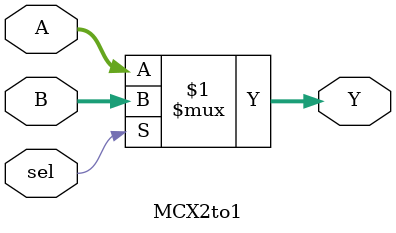
<source format=v>
module MCX2to1 (A,B,sel,Y);

input [4:0] A,B;
input sel;
output [4:0] Y;

assign Y=(sel)? B:A;

endmodule
</source>
